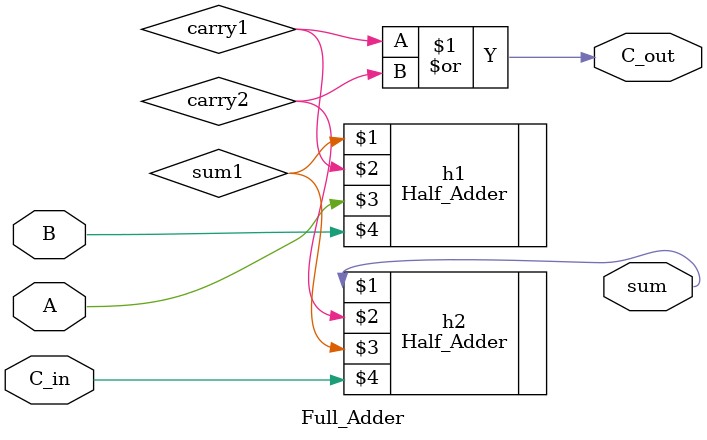
<source format=v>
module Full_Adder(sum, C_out, A, B, C_in);
    output sum, C_out;
    input A, B, C_in;
    wire sum1, carry1, carry2;
    Half_Adder h1(sum1, carry1, A, B);
    Half_Adder h2(sum, carry2, sum1, C_in);
    or g1(C_out, carry1, carry2);
endmodule
</source>
